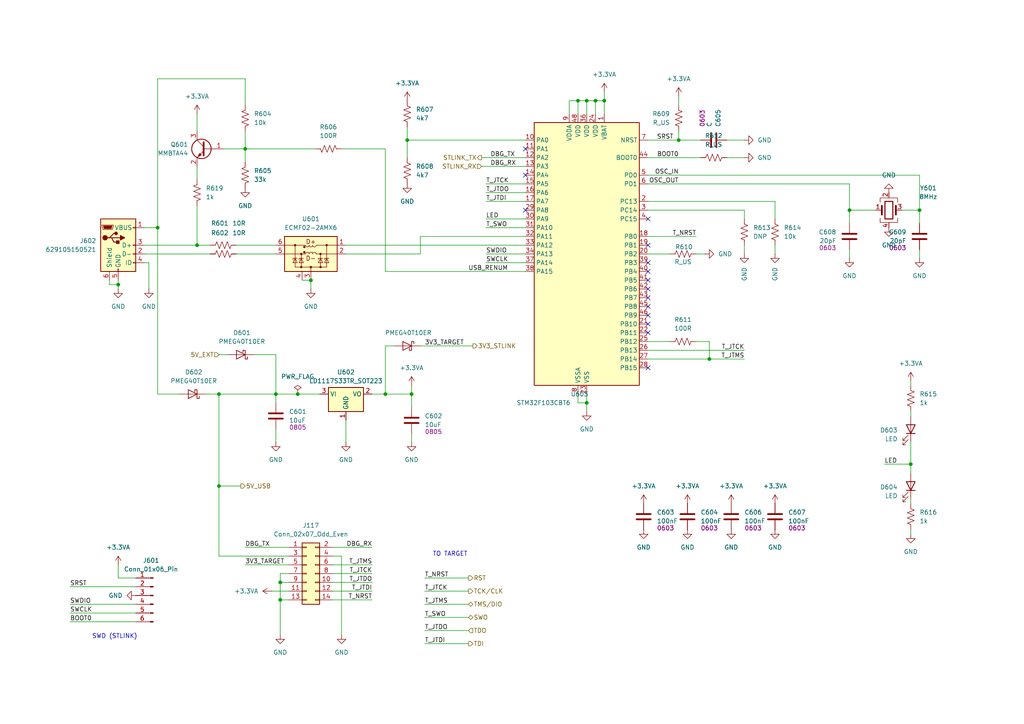
<source format=kicad_sch>
(kicad_sch (version 20250114) (generator "eeschema") (generator_version "9.0")
  (paper "A4")
  (text "TO TARGET\n" (at 130.556 160.782 0) (effects (font (size 1.27 1.27))))
  (text "SWD (STLINK)\n\n" (at 33.274 185.674 0) (effects (font (size 1.27 1.27))))
  (junction (at 246.38 60.96))
  (junction (at 175.26 29.21))
  (junction (at 86.36 114.3))
  (junction (at 172.72 29.21))
  (junction (at 63.5 140.97))
  (junction (at 80.01 114.3))
  (junction (at 205.74 104.14))
  (junction (at 266.7 60.96))
  (junction (at 63.5 114.3))
  (junction (at 111.76 114.3))
  (junction (at 81.28 173.99))
  (junction (at 45.72 66.04))
  (junction (at 57.15 71.12))
  (junction (at 196.85 40.64))
  (junction (at 167.64 29.21))
  (junction (at 118.11 40.64))
  (junction (at 34.29 82.55))
  (junction (at 119.38 114.3))
  (junction (at 264.16 134.62))
  (junction (at 81.28 168.91))
  (junction (at 90.17 81.28))
  (junction (at 170.18 116.84))
  (junction (at 71.12 43.18))
  (junction (at 170.18 29.21))
  (no_connect (at 187.96 83.82))
  (no_connect (at 187.96 91.44))
  (no_connect (at 187.96 78.74))
  (no_connect (at 152.4 60.96))
  (no_connect (at 187.96 106.68))
  (no_connect (at 152.4 43.18))
  (no_connect (at 187.96 63.5))
  (no_connect (at 187.96 81.28))
  (no_connect (at 187.96 76.2))
  (no_connect (at 187.96 96.52))
  (no_connect (at 152.4 50.8))
  (no_connect (at 187.96 93.98))
  (no_connect (at 187.96 88.9))
  (no_connect (at 187.96 86.36))
  (no_connect (at 187.96 71.12))
  (wire (pts (xy 152.4 63.5) (xy 140.97 63.5)))
  (wire (pts (xy 167.64 29.21) (xy 170.18 29.21)))
  (wire (pts (xy 201.93 99.06) (xy 205.74 99.06)))
  (wire (pts (xy 41.91 66.04) (xy 45.72 66.04)))
  (wire (pts (xy 175.26 29.21) (xy 175.26 33.02)))
  (wire (pts (xy 246.38 53.34) (xy 187.96 53.34)))
  (wire (pts (xy 96.52 173.99) (xy 107.95 173.99)))
  (wire (pts (xy 81.28 173.99) (xy 81.28 184.15)))
  (wire (pts (xy 264.16 128.27) (xy 264.16 134.62)))
  (wire (pts (xy 152.4 53.34) (xy 140.97 53.34)))
  (wire (pts (xy 224.79 58.42) (xy 187.96 58.42)))
  (wire (pts (xy 80.01 71.12) (xy 68.58 71.12)))
  (wire (pts (xy 152.4 73.66) (xy 140.97 73.66)))
  (wire (pts (xy 205.74 99.06) (xy 205.74 104.14)))
  (wire (pts (xy 71.12 22.86) (xy 71.12 30.48)))
  (wire (pts (xy 205.74 104.14) (xy 187.96 104.14)))
  (wire (pts (xy 114.3 100.33) (xy 111.76 100.33)))
  (wire (pts (xy 90.17 81.28) (xy 90.17 83.82)))
  (wire (pts (xy 71.12 38.1) (xy 71.12 43.18)))
  (wire (pts (xy 201.93 68.58) (xy 187.96 68.58)))
  (wire (pts (xy 71.12 43.18) (xy 91.44 43.18)))
  (wire (pts (xy 167.64 29.21) (xy 167.64 33.02)))
  (wire (pts (xy 31.75 81.28) (xy 31.75 82.55)))
  (wire (pts (xy 63.5 114.3) (xy 59.69 114.3)))
  (wire (pts (xy 123.19 167.64) (xy 135.89 167.64)))
  (wire (pts (xy 57.15 48.26) (xy 57.15 52.07)))
  (wire (pts (xy 123.19 175.26) (xy 135.89 175.26)))
  (wire (pts (xy 39.37 170.18) (xy 20.32 170.18)))
  (wire (pts (xy 57.15 71.12) (xy 41.91 71.12)))
  (wire (pts (xy 167.64 114.3) (xy 167.64 116.84)))
  (wire (pts (xy 215.9 63.5) (xy 215.9 60.96)))
  (wire (pts (xy 264.16 144.78) (xy 264.16 146.05)))
  (wire (pts (xy 121.92 73.66) (xy 121.92 68.58)))
  (wire (pts (xy 201.93 73.66) (xy 204.47 73.66)))
  (wire (pts (xy 34.29 82.55) (xy 34.29 83.82)))
  (wire (pts (xy 43.18 76.2) (xy 43.18 83.82)))
  (wire (pts (xy 73.66 102.87) (xy 80.01 102.87)))
  (wire (pts (xy 119.38 114.3) (xy 119.38 118.11)))
  (wire (pts (xy 152.4 66.04) (xy 140.97 66.04)))
  (wire (pts (xy 194.31 73.66) (xy 187.96 73.66)))
  (wire (pts (xy 196.85 40.64) (xy 203.2 40.64)))
  (wire (pts (xy 111.76 114.3) (xy 119.38 114.3)))
  (wire (pts (xy 87.63 81.28) (xy 90.17 81.28)))
  (wire (pts (xy 266.7 50.8) (xy 266.7 60.96)))
  (wire (pts (xy 45.72 114.3) (xy 52.07 114.3)))
  (wire (pts (xy 39.37 177.8) (xy 20.32 177.8)))
  (wire (pts (xy 170.18 116.84) (xy 170.18 119.38)))
  (wire (pts (xy 172.72 29.21) (xy 172.72 33.02)))
  (wire (pts (xy 64.77 43.18) (xy 71.12 43.18)))
  (wire (pts (xy 39.37 175.26) (xy 20.32 175.26)))
  (wire (pts (xy 96.52 166.37) (xy 107.95 166.37)))
  (wire (pts (xy 31.75 82.55) (xy 34.29 82.55)))
  (wire (pts (xy 165.1 29.21) (xy 167.64 29.21)))
  (wire (pts (xy 215.9 45.72) (xy 210.82 45.72)))
  (wire (pts (xy 71.12 158.75) (xy 83.82 158.75)))
  (wire (pts (xy 80.01 124.46) (xy 80.01 128.27)))
  (wire (pts (xy 266.7 60.96) (xy 261.62 60.96)))
  (wire (pts (xy 215.9 101.6) (xy 187.96 101.6)))
  (wire (pts (xy 203.2 45.72) (xy 187.96 45.72)))
  (wire (pts (xy 264.16 134.62) (xy 264.16 137.16)))
  (wire (pts (xy 78.74 171.45) (xy 83.82 171.45)))
  (wire (pts (xy 39.37 167.64) (xy 34.29 167.64)))
  (wire (pts (xy 246.38 74.93) (xy 246.38 72.39)))
  (wire (pts (xy 99.06 184.15) (xy 99.06 161.29)))
  (wire (pts (xy 68.58 73.66) (xy 80.01 73.66)))
  (wire (pts (xy 167.64 116.84) (xy 170.18 116.84)))
  (wire (pts (xy 45.72 22.86) (xy 45.72 66.04)))
  (wire (pts (xy 81.28 166.37) (xy 81.28 168.91)))
  (wire (pts (xy 99.06 161.29) (xy 96.52 161.29)))
  (wire (pts (xy 152.4 78.74) (xy 111.76 78.74)))
  (wire (pts (xy 170.18 114.3) (xy 170.18 116.84)))
  (wire (pts (xy 80.01 114.3) (xy 86.36 114.3)))
  (wire (pts (xy 121.92 100.33) (xy 137.16 100.33)))
  (wire (pts (xy 41.91 76.2) (xy 43.18 76.2)))
  (wire (pts (xy 246.38 64.77) (xy 246.38 60.96)))
  (wire (pts (xy 266.7 50.8) (xy 187.96 50.8)))
  (wire (pts (xy 71.12 163.83) (xy 83.82 163.83)))
  (wire (pts (xy 80.01 102.87) (xy 80.01 114.3)))
  (wire (pts (xy 83.82 166.37) (xy 81.28 166.37)))
  (wire (pts (xy 100.33 121.92) (xy 100.33 128.27)))
  (wire (pts (xy 224.79 63.5) (xy 224.79 58.42)))
  (wire (pts (xy 96.52 171.45) (xy 107.95 171.45)))
  (wire (pts (xy 111.76 43.18) (xy 111.76 78.74)))
  (wire (pts (xy 196.85 27.94) (xy 196.85 30.48)))
  (wire (pts (xy 152.4 71.12) (xy 100.33 71.12)))
  (wire (pts (xy 170.18 29.21) (xy 170.18 33.02)))
  (wire (pts (xy 69.85 140.97) (xy 63.5 140.97)))
  (wire (pts (xy 63.5 102.87) (xy 66.04 102.87)))
  (wire (pts (xy 45.72 66.04) (xy 45.72 114.3)))
  (wire (pts (xy 107.95 114.3) (xy 111.76 114.3)))
  (wire (pts (xy 41.91 73.66) (xy 60.96 73.66)))
  (wire (pts (xy 71.12 43.18) (xy 71.12 46.99)))
  (wire (pts (xy 152.4 55.88) (xy 140.97 55.88)))
  (wire (pts (xy 57.15 33.02) (xy 57.15 38.1)))
  (wire (pts (xy 39.37 180.34) (xy 20.32 180.34)))
  (wire (pts (xy 266.7 74.93) (xy 266.7 72.39)))
  (wire (pts (xy 175.26 26.67) (xy 175.26 29.21)))
  (wire (pts (xy 123.19 171.45) (xy 135.89 171.45)))
  (wire (pts (xy 57.15 59.69) (xy 57.15 71.12)))
  (wire (pts (xy 96.52 163.83) (xy 107.95 163.83)))
  (wire (pts (xy 100.33 73.66) (xy 121.92 73.66)))
  (wire (pts (xy 71.12 22.86) (xy 45.72 22.86)))
  (wire (pts (xy 215.9 60.96) (xy 187.96 60.96)))
  (wire (pts (xy 187.96 99.06) (xy 194.31 99.06)))
  (wire (pts (xy 246.38 53.34) (xy 246.38 60.96)))
  (wire (pts (xy 123.19 179.07) (xy 135.89 179.07)))
  (wire (pts (xy 172.72 29.21) (xy 175.26 29.21)))
  (wire (pts (xy 123.19 182.88) (xy 135.89 182.88)))
  (wire (pts (xy 165.1 33.02) (xy 165.1 29.21)))
  (wire (pts (xy 118.11 36.83) (xy 118.11 40.64)))
  (wire (pts (xy 118.11 40.64) (xy 118.11 45.72)))
  (wire (pts (xy 215.9 104.14) (xy 205.74 104.14)))
  (wire (pts (xy 196.85 40.64) (xy 187.96 40.64)))
  (wire (pts (xy 264.16 119.38) (xy 264.16 120.65)))
  (wire (pts (xy 215.9 71.12) (xy 215.9 73.66)))
  (wire (pts (xy 266.7 64.77) (xy 266.7 60.96)))
  (wire (pts (xy 152.4 58.42) (xy 140.97 58.42)))
  (wire (pts (xy 152.4 40.64) (xy 118.11 40.64)))
  (wire (pts (xy 96.52 158.75) (xy 107.95 158.75)))
  (wire (pts (xy 254 60.96) (xy 246.38 60.96)))
  (wire (pts (xy 63.5 161.29) (xy 63.5 140.97)))
  (wire (pts (xy 224.79 71.12) (xy 224.79 73.66)))
  (wire (pts (xy 92.71 114.3) (xy 86.36 114.3)))
  (wire (pts (xy 196.85 38.1) (xy 196.85 40.64)))
  (wire (pts (xy 256.54 134.62) (xy 264.16 134.62)))
  (wire (pts (xy 170.18 29.21) (xy 172.72 29.21)))
  (wire (pts (xy 264.16 153.67) (xy 264.16 154.94)))
  (wire (pts (xy 123.19 186.69) (xy 135.89 186.69)))
  (wire (pts (xy 81.28 168.91) (xy 83.82 168.91)))
  (wire (pts (xy 121.92 68.58) (xy 152.4 68.58)))
  (wire (pts (xy 152.4 48.26) (xy 139.7 48.26)))
  (wire (pts (xy 210.82 40.64) (xy 215.9 40.64)))
  (wire (pts (xy 34.29 82.55) (xy 34.29 81.28)))
  (wire (pts (xy 80.01 114.3) (xy 80.01 116.84)))
  (wire (pts (xy 264.16 110.49) (xy 264.16 111.76)))
  (wire (pts (xy 119.38 125.73) (xy 119.38 128.27)))
  (wire (pts (xy 34.29 167.64) (xy 34.29 163.83)))
  (wire (pts (xy 119.38 111.76) (xy 119.38 114.3)))
  (wire (pts (xy 152.4 45.72) (xy 139.7 45.72)))
  (wire (pts (xy 111.76 100.33) (xy 111.76 114.3)))
  (wire (pts (xy 57.15 71.12) (xy 60.96 71.12)))
  (wire (pts (xy 99.06 43.18) (xy 111.76 43.18)))
  (wire (pts (xy 63.5 140.97) (xy 63.5 114.3)))
  (wire (pts (xy 152.4 76.2) (xy 140.97 76.2)))
  (wire (pts (xy 96.52 168.91) (xy 107.95 168.91)))
  (wire (pts (xy 81.28 173.99) (xy 83.82 173.99)))
  (wire (pts (xy 83.82 161.29) (xy 63.5 161.29)))
  (wire (pts (xy 81.28 168.91) (xy 81.28 173.99)))
  (wire (pts (xy 80.01 114.3) (xy 63.5 114.3)))
  (label "T_JTCK" (at 107.95 166.37 180))
  (label "T_JTDO" (at 107.95 168.91 180))
  (label "T_NRST" (at 123.19 167.64 0))
  (label "3V3_TARGET" (at 123.19 100.33 0))
  (label "T_JTDI" (at 123.19 186.69 0))
  (label "SWCLK" (at 20.32 177.8 0))
  (label "LED" (at 140.97 63.5 0))
  (label "DBG_RX" (at 107.95 158.75 180))
  (label "BOOT0" (at 196.85 45.72 180))
  (label "T_NRST" (at 201.93 68.58 180))
  (label "USB_RENUM" (at 147.32 78.74 180))
  (label "T_NRST" (at 107.95 173.99 180))
  (label "T_JTCK" (at 215.9 101.6 180))
  (label "T_SWO" (at 140.97 66.04 0))
  (label "T_SWO" (at 123.19 179.07 0))
  (label "T_JTMS" (at 123.19 175.26 0))
  (label "LED" (at 256.54 134.62 0))
  (label "T_JTMS" (at 107.95 163.83 180))
  (label "SRST" (at 190.5 40.64 0))
  (label "T_JTDI" (at 107.95 171.45 180))
  (label "T_JTCK" (at 123.19 171.45 0))
  (label "T_JTDO" (at 140.97 55.88 0))
  (label "T_JTDO" (at 123.19 182.88 0))
  (label "OSC_OUT" (at 196.85 53.34 180))
  (label "BOOT0" (at 20.32 180.34 0))
  (label "DBG_TX" (at 71.12 158.75 0))
  (label "T_JTDI" (at 140.97 58.42 0))
  (label "T_JTMS" (at 215.9 104.14 180))
  (label "OSC_IN" (at 196.85 50.8 180))
  (label "T_JTCK" (at 140.97 53.34 0))
  (label "3V3_TARGET" (at 71.12 163.83 0))
  (label "SWDIO" (at 20.32 175.26 0))
  (label "DBG_TX" (at 142.24 45.72 0))
  (label "SWDIO" (at 140.97 73.66 0))
  (label "SRST" (at 20.32 170.18 0))
  (label "SWCLK" (at 140.97 76.2 0))
  (label "DBG_RX" (at 142.24 48.26 0))
  (hierarchical_label "5V_USB" (shape output) (at 69.85 140.97 0))
  (hierarchical_label "TCK{slash}CLK" (shape output) (at 135.89 171.45 0))
  (hierarchical_label "SWO" (shape bidirectional) (at 135.89 179.07 0))
  (hierarchical_label "STLINK_TX" (shape output) (at 139.7 45.72 180))
  (hierarchical_label "TDI" (shape output) (at 135.89 186.69 0))
  (hierarchical_label "3V3_STLINK" (shape output) (at 137.16 100.33 0))
  (hierarchical_label "TMS{slash}DIO" (shape bidirectional) (at 135.89 175.26 0))
  (hierarchical_label "TDO" (shape input) (at 135.89 182.88 0))
  (hierarchical_label "RST" (shape output) (at 135.89 167.64 0))
  (hierarchical_label "5V_EXT" (shape input) (at 63.5 102.87 180))
  (hierarchical_label "STLINK_RX" (shape input) (at 139.7 48.26 180))
  (symbol (lib_id "power:GND") (at 118.11 53.34 0) (mirror y) (unit 1)
    (property "Reference" "#PWR0311" (effects (hide yes)))
    (property "Value" "GND" (at 118.11 58.42 0))
    (property "Description" "Power symbol creates a global label with name \"GND\" , ground" (effects (hide yes)))
    (instances (project "Carte_moteur" (path "" (reference "#PWR0613") (unit 1))) (project "Carte_moteur" (path "" (reference "#PWR0311") (unit 1))))
  )
  (symbol (lib_id "Device:R_US") (at 118.11 33.02 0) (unit 1)
    (property "Reference" "R308" (at 120.65 31.7499 0) (effects (justify left)))
    (property "Value" "4k7" (at 120.65 34.2899 0) (effects (justify left)))
    (property "Footprint" "Resistor_SMD:R_0603_1608Metric_Pad0.98x0.95mm_HandSolder" (effects (hide yes)))
    (property "Description" "Resistor, US symbol" (effects (hide yes)))
    (instances (project "Carte_moteur" (path "" (reference "R607") (unit 1))) (project "Carte_moteur" (path "" (reference "R308") (unit 1))))
  )
  (symbol (lib_id "Device:R_US") (at 207.01 45.72 90) (unit 1)
    (property "Reference" "R313" (at 207.01 39.37 90))
    (property "Value" "R_US" (at 207.01 41.91 90))
    (property "Footprint" "Resistor_SMD:R_0603_1608Metric_Pad0.98x0.95mm_HandSolder" (effects (hide yes)))
    (property "Description" "Resistor, US symbol" (effects (hide yes)))
    (instances (project "Carte_moteur" (path "" (reference "R612") (unit 1))) (project "Carte_moteur" (path "" (reference "R313") (unit 1))))
  )
  (symbol (lib_id "Regulator_Linear:LD1117S33TR_SOT223") (at 100.33 114.3 0) (unit 1)
    (property "Reference" "U302" (at 100.33 107.95 0))
    (property "Value" "LD1117S33TR_SOT223" (at 100.33 110.49 0))
    (property "Footprint" "Package_TO_SOT_SMD:SOT-223-3_TabPin2" (effects (hide yes)))
    (property "Datasheet" "http://www.st.com/st-web-ui/static/active/en/resource/technical/document/datasheet/CD00000544.pdf" (effects (hide yes)))
    (property "Description" "800mA Fixed Low Drop Positive Voltage Regulator, Fixed Output 3.3V, SOT-223" (effects (hide yes)))
    (instances (project "" (path "" (reference "U602") (unit 1))) (project "" (path "" (reference "U302") (unit 1))))
  )
  (symbol (lib_id "Device:R_US") (at 264.16 115.57 0) (unit 1)
    (property "Reference" "R316" (at 266.7 114.2999 0) (effects (justify left)))
    (property "Value" "1k" (at 266.7 116.8399 0) (effects (justify left)))
    (property "Footprint" "Resistor_SMD:R_0603_1608Metric_Pad0.98x0.95mm_HandSolder" (effects (hide yes)))
    (property "Description" "Resistor, US symbol" (effects (hide yes)))
    (instances (project "Carte_moteur" (path "" (reference "R615") (unit 1))) (project "Carte_moteur" (path "" (reference "R316") (unit 1))))
  )
  (symbol (lib_id "Device:LED") (at 264.16 124.46 270) (mirror x) (unit 1)
    (property "Reference" "D305" (at 260.35 124.7774 90) (effects (justify right)))
    (property "Value" "LED" (at 260.35 127.3174 90) (effects (justify right)))
    (property "Footprint" "LED_SMD:LED_0805_2012Metric_Pad1.15x1.40mm_HandSolder" (effects (hide yes)))
    (property "Description" "Light emitting diode" (effects (hide yes)))
    (property "Sim.Pins" "1=K 2=A" (effects (hide yes)))
    (instances (project "" (path "" (reference "D603") (unit 1))) (project "" (path "" (reference "D305") (unit 1))))
  )
  (symbol (lib_id "power:GND") (at 34.29 83.82 0) (mirror y) (unit 1)
    (property "Reference" "#PWR0301" (effects (hide yes)))
    (property "Value" "GND" (at 34.29 88.9 0))
    (property "Description" "Power symbol creates a global label with name \"GND\" , ground" (effects (hide yes)))
    (instances (project "Carte_moteur" (path "" (reference "#PWR0603") (unit 1))) (project "Carte_moteur" (path "" (reference "#PWR0301") (unit 1))))
  )
  (symbol (lib_id "Device:R_US") (at 64.77 73.66 90) (unit 1)
    (property "Reference" "R303" (at 63.754 67.564 90))
    (property "Value" "10R" (at 69.342 67.564 90))
    (property "Footprint" "Resistor_SMD:R_0603_1608Metric_Pad0.98x0.95mm_HandSolder" (effects (hide yes)))
    (property "Description" "Resistor, US symbol" (effects (hide yes)))
    (instances (project "Carte_moteur" (path "" (reference "R602") (unit 1))) (project "Carte_moteur" (path "" (reference "R303") (unit 1))))
  )
  (symbol (lib_id "power:GND") (at 81.28 184.15 0) (mirror y) (unit 1)
    (property "Reference" "#PWR0336" (effects (hide yes)))
    (property "Value" "GND" (at 81.28 189.23 0))
    (property "Description" "Power symbol creates a global label with name \"GND\" , ground" (effects (hide yes)))
  )
  (symbol (lib_id "Device:R_US") (at 224.79 67.31 0) (unit 1)
    (property "Reference" "R315" (at 227.33 66.0399 0) (effects (justify left)))
    (property "Value" "10k" (at 227.33 68.5799 0) (effects (justify left)))
    (property "Footprint" "Resistor_SMD:R_0603_1608Metric_Pad0.98x0.95mm_HandSolder" (effects (hide yes)))
    (property "Description" "Resistor, US symbol" (effects (hide yes)))
    (instances (project "Carte_moteur" (path "" (reference "R614") (unit 1))) (project "Carte_moteur" (path "" (reference "R315") (unit 1))))
  )
  (symbol (lib_id "power:+3.3VA") (at 224.79 146.05 0) (unit 1)
    (property "Reference" "#PWR0328" (effects (hide yes)))
    (property "Value" "+3.3VA" (at 224.79 140.97 0))
    (property "Description" "Power symbol creates a global label with name \"+3.3VA\"" (effects (hide yes)))
    (instances (project "Carte_moteur" (path "" (reference "#PWR0632") (unit 1))) (project "Carte_moteur" (path "" (reference "#PWR0328") (unit 1))))
  )
  (symbol (lib_id "power:+3.3VA") (at 34.29 163.83 0) (mirror y) (unit 1)
    (property "Reference" "#PWR0303" (effects (hide yes)))
    (property "Value" "+3.3VA" (at 34.29 158.75 0))
    (property "Description" "Power symbol creates a global label with name \"+3.3VA\"" (effects (hide yes)))
    (instances (project "Carte_moteur" (path "" (reference "#PWR0602") (unit 1))) (project "Carte_moteur" (path "" (reference "#PWR0303") (unit 1))))
  )
  (symbol (lib_id "power:+3.3VA") (at 118.11 29.21 0) (mirror y) (unit 1)
    (property "Reference" "#PWR0310" (effects (hide yes)))
    (property "Value" "+3.3VA" (at 118.11 24.13 0))
    (property "Description" "Power symbol creates a global label with name \"+3.3VA\"" (effects (hide yes)))
    (instances (project "Carte_moteur" (path "" (reference "#PWR0612") (unit 1))) (project "Carte_moteur" (path "" (reference "#PWR0310") (unit 1))))
  )
  (symbol (lib_id "power:GND") (at 43.18 83.82 0) (mirror y) (unit 1)
    (property "Reference" "#PWR0306" (effects (hide yes)))
    (property "Value" "GND" (at 43.18 88.9 0))
    (property "Description" "Power symbol creates a global label with name \"GND\" , ground" (effects (hide yes)))
    (instances (project "Carte_moteur" (path "" (reference "#PWR0608") (unit 1))) (project "Carte_moteur" (path "" (reference "#PWR0306") (unit 1))))
  )
  (symbol (lib_id "Device:LED") (at 264.16 140.97 270) (mirror x) (unit 1)
    (property "Reference" "D306" (at 260.35 141.2874 90) (effects (justify right)))
    (property "Value" "LED" (at 260.35 143.8274 90) (effects (justify right)))
    (property "Footprint" "LED_SMD:LED_0805_2012Metric_Pad1.15x1.40mm_HandSolder" (effects (hide yes)))
    (property "Description" "Light emitting diode" (effects (hide yes)))
    (property "Sim.Pins" "1=K 2=A" (effects (hide yes)))
    (instances (project "Carte_moteur" (path "" (reference "D604") (unit 1))) (project "Carte_moteur" (path "" (reference "D306") (unit 1))))
  )
  (symbol (lib_id "power:GND") (at 90.17 83.82 0) (mirror y) (unit 1)
    (property "Reference" "#PWR0308" (effects (hide yes)))
    (property "Value" "GND" (at 90.17 88.9 0))
    (property "Description" "Power symbol creates a global label with name \"GND\" , ground" (effects (hide yes)))
    (instances (project "Carte_moteur" (path "" (reference "#PWR0609") (unit 1))) (project "Carte_moteur" (path "" (reference "#PWR0308") (unit 1))))
  )
  (symbol (lib_id "power:+3.3VA") (at 78.74 171.45 90) (mirror x) (unit 1)
    (property "Reference" "#PWR0338" (effects (hide yes)))
    (property "Value" "+3.3VA" (at 74.93 171.4499 90) (effects (justify left)))
    (property "Description" "Power symbol creates a global label with name \"+3.3VA\"" (effects (hide yes)))
  )
  (symbol (lib_id "power:GND") (at 215.9 73.66 0) (mirror y) (unit 1)
    (property "Reference" "#PWR0326" (effects (hide yes)))
    (property "Value" "GND" (at 215.9001 77.47 90) (effects (justify right)))
    (property "Description" "Power symbol creates a global label with name \"GND\" , ground" (effects (hide yes)))
    (instances (project "Carte_moteur" (path "" (reference "#PWR0630") (unit 1))) (project "Carte_moteur" (path "" (reference "#PWR0326") (unit 1))))
  )
  (symbol (lib_id "Transistor_BJT:MMBTA44") (at 59.69 43.18 0) (mirror y) (unit 1)
    (property "Reference" "Q301" (at 54.61 41.9099 0) (effects (justify left)))
    (property "Value" "MMBTA44" (at 54.61 44.4499 0) (effects (justify left)))
    (property "Footprint" "Package_TO_SOT_SMD:SOT-23" (effects (hide yes)))
    (property "Datasheet" "https://diotec.com/request/datasheet/mmbta42.pdf" (effects (hide yes)))
    (property "Description" "0.3A Ic, 400V Vce, NPN High Voltage Transistor, SOT-23" (effects (hide yes)))
    (instances (project "" (path "" (reference "Q601") (unit 1))) (project "" (path "" (reference "Q301") (unit 1))))
  )
  (symbol (lib_id "Device:R_US") (at 118.11 49.53 0) (unit 1)
    (property "Reference" "R309" (at 120.65 48.2599 0) (effects (justify left)))
    (property "Value" "4k7" (at 120.65 50.7999 0) (effects (justify left)))
    (property "Footprint" "Resistor_SMD:R_0603_1608Metric_Pad0.98x0.95mm_HandSolder" (effects (hide yes)))
    (property "Description" "Resistor, US symbol" (effects (hide yes)))
    (instances (project "Carte_moteur" (path "" (reference "R608") (unit 1))) (project "Carte_moteur" (path "" (reference "R309") (unit 1))))
  )
  (symbol (lib_id "Device:R_US") (at 71.12 50.8 0) (mirror y) (unit 1)
    (property "Reference" "R306" (at 73.66 49.5299 0) (effects (justify right)))
    (property "Value" "33k" (at 73.66 52.0699 0) (effects (justify right)))
    (property "Footprint" "Resistor_SMD:R_0603_1608Metric_Pad0.98x0.95mm_HandSolder" (effects (hide yes)))
    (property "Description" "Resistor, US symbol" (effects (hide yes)))
    (instances (project "Carte_moteur" (path "" (reference "R605") (unit 1))) (project "Carte_moteur" (path "" (reference "R306") (unit 1))))
  )
  (symbol (lib_id "Diode:PMEG40T10ER") (at 118.11 100.33 0) (mirror y) (unit 1)
    (property "Reference" "D304" (effects (hide yes)))
    (property "Value" "PMEG40T10ER" (at 118.4275 96.52 0))
    (property "Footprint" "Diode_SMD:Nexperia_CFP3_SOD-123W" (effects (hide yes)))
    (property "Datasheet" "https://assets.nexperia.com/documents/data-sheet/PMEG40T10ER.pdf" (effects (hide yes)))
    (property "Description" "40V, 1A low Vf Trench MEGA Schottky barrier rectifier, SOD-123W" (effects (hide yes)))
  )
  (symbol (lib_id "MCU_ST_STM32F1:STM32F103CBTx") (at 170.18 73.66 0) (mirror y) (unit 1)
    (property "Reference" "U303" (at 165.4967 114.3 0) (effects (justify right)))
    (property "Value" "STM32F103CBT6" (at 165.4967 116.84 0) (effects (justify left)))
    (property "Footprint" "Package_QFP:LQFP-48_7x7mm_P0.5mm" (effects (hide yes)))
    (property "Datasheet" "https://www.st.com/resource/en/datasheet/stm32f103cb.pdf" (effects (hide yes)))
    (property "Description" "STMicroelectronics Arm Cortex-M3 MCU, 128KB flash, 20KB RAM, 72 MHz, 2.0-3.6V, 37 GPIO, LQFP48" (effects (hide yes)))
    (instances (project "" (path "" (reference "U603") (unit 1))) (project "" (path "" (reference "U303") (unit 1))))
  )
  (symbol (lib_id "power:GND") (at 100.33 128.27 0) (unit 1)
    (property "Reference" "#PWR0309" (effects (hide yes)))
    (property "Value" "GND" (at 100.33 133.35 0))
    (property "Description" "Power symbol creates a global label with name \"GND\" , ground" (effects (hide yes)))
    (instances (project "Carte_moteur" (path "" (reference "#PWR0615") (unit 1))) (project "Carte_moteur" (path "" (reference "#PWR0309") (unit 1))))
  )
  (symbol (lib_id "power:GND") (at 199.39 153.67 0) (unit 1)
    (property "Reference" "#PWR0320" (effects (hide yes)))
    (property "Value" "GND" (at 199.39 158.75 0))
    (property "Description" "Power symbol creates a global label with name \"GND\" , ground" (effects (hide yes)))
    (instances (project "Carte_moteur" (path "" (reference "#PWR0624") (unit 1))) (project "Carte_moteur" (path "" (reference "#PWR0320") (unit 1))))
  )
  (symbol (lib_id "Device:Crystal_GND24") (at 257.81 60.96 0) (unit 1)
    (property "Reference" "Y301" (at 269.24 54.5398 0))
    (property "Value" "8MHz" (at 269.24 57.0798 0))
    (property "Footprint" "Crystal:Crystal_SMD_EuroQuartz_MQ-4Pin_7.0x5.0mm_HandSoldering" (effects (hide yes)))
    (property "Description" "Four pin crystal, GND on pins 2 and 4" (effects (hide yes)))
    (instances (project "" (path "" (reference "Y601") (unit 1))) (project "" (path "" (reference "Y301") (unit 1))))
  )
  (symbol (lib_id "power:+3.3VA") (at 199.39 146.05 0) (unit 1)
    (property "Reference" "#PWR0319" (effects (hide yes)))
    (property "Value" "+3.3VA" (at 199.39 140.97 0))
    (property "Description" "Power symbol creates a global label with name \"+3.3VA\"" (effects (hide yes)))
    (instances (project "Carte_moteur" (path "" (reference "#PWR0623") (unit 1))) (project "Carte_moteur" (path "" (reference "#PWR0319") (unit 1))))
  )
  (symbol (lib_id "Device:R_US") (at 198.12 73.66 90) (unit 1)
    (property "Reference" "R311" (at 198.374 71.628 90))
    (property "Value" "R_US" (at 198.12 75.946 90))
    (property "Footprint" "Resistor_SMD:R_0603_1608Metric_Pad0.98x0.95mm_HandSolder" (effects (hide yes)))
    (property "Description" "Resistor, US symbol" (effects (hide yes)))
    (instances (project "Carte_moteur" (path "" (reference "R610") (unit 1))) (project "Carte_moteur" (path "" (reference "R311") (unit 1))))
  )
  (symbol (lib_id "power:GND") (at 71.12 54.61 0) (unit 1)
    (property "Reference" "#PWR0305" (effects (hide yes)))
    (property "Value" "GND" (at 71.12 59.69 0))
    (property "Description" "Power symbol creates a global label with name \"GND\" , ground" (effects (hide yes)))
    (instances (project "Carte_moteur" (path "" (reference "#PWR0607") (unit 1))) (project "Carte_moteur" (path "" (reference "#PWR0305") (unit 1))))
  )
  (symbol (lib_id "Connector_Generic:Conn_02x07_Odd_Even") (at 88.9 166.37 0) (unit 1)
    (property "Reference" "J117" (at 90.17 152.4 0))
    (property "Value" "Conn_02x07_Odd_Even" (at 90.17 154.94 0))
    (property "Footprint" "Connector_IDC:IDC-Header_2x07_P2.54mm_Vertical" (effects (hide yes)))
    (property "Description" "Generic connector, double row, 02x07, odd/even pin numbering scheme (row 1 odd numbers, row 2 even numbers), script generated (kicad-library-utils/schlib/autogen/connector/)" (effects (hide yes)))
  )
  (symbol (lib_id "power:GND") (at 246.38 74.93 0) (mirror y) (unit 1)
    (property "Reference" "#PWR0330" (effects (hide yes)))
    (property "Value" "GND" (at 246.38 80.01 0))
    (property "Description" "Power symbol creates a global label with name \"GND\" , ground" (effects (hide yes)))
    (instances (project "Carte_moteur" (path "" (reference "#PWR0634") (unit 1))) (project "Carte_moteur" (path "" (reference "#PWR0330") (unit 1))))
  )
  (symbol (lib_id "power:GND") (at 99.06 184.15 0) (mirror y) (unit 1)
    (property "Reference" "#PWR0337" (effects (hide yes)))
    (property "Value" "GND" (at 99.06 189.23 0))
    (property "Description" "Power symbol creates a global label with name \"GND\" , ground" (effects (hide yes)))
  )
  (symbol (lib_id "power:PWR_FLAG") (at 86.36 114.3 0) (unit 1)
    (property "Reference" "#FLG0301" (effects (hide yes)))
    (property "Value" "PWR_FLAG" (at 86.36 109.22 0))
    (property "Description" "Special symbol for telling ERC where power comes from" (effects (hide yes)))
    (instances (project "" (path "" (reference "#FLG0601") (unit 1))) (project "" (path "" (reference "#FLG0301") (unit 1))))
  )
  (symbol (lib_id "power:GND") (at 224.79 73.66 0) (mirror y) (unit 1)
    (property "Reference" "#PWR0327" (effects (hide yes)))
    (property "Value" "GND" (at 224.7901 77.47 90) (effects (justify right)))
    (property "Description" "Power symbol creates a global label with name \"GND\" , ground" (effects (hide yes)))
    (instances (project "Carte_moteur" (path "" (reference "#PWR0631") (unit 1))) (project "Carte_moteur" (path "" (reference "#PWR0327") (unit 1))))
  )
  (symbol (lib_id "Device:R_US") (at 71.12 34.29 0) (mirror y) (unit 1)
    (property "Reference" "R305" (at 73.66 33.0199 0) (effects (justify right)))
    (property "Value" "10k" (at 73.66 35.5599 0) (effects (justify right)))
    (property "Footprint" "Resistor_SMD:R_0603_1608Metric_Pad0.98x0.95mm_HandSolder" (effects (hide yes)))
    (property "Description" "Resistor, US symbol" (effects (hide yes)))
    (instances (project "Carte_moteur" (path "" (reference "R604") (unit 1))) (project "Carte_moteur" (path "" (reference "R305") (unit 1))))
  )
  (symbol (lib_id "Device:C") (at 80.01 120.65 0) (unit 1)
    (property "Reference" "C301" (at 83.82 119.3799 0) (effects (justify left)))
    (property "Value" "10uF" (at 83.82 121.9199 0) (effects (justify left)))
    (property "Footprint" "Capacitor_SMD:C_0805_2012Metric_Pad1.18x1.45mm_HandSolder" (effects (hide yes)))
    (property "Description" "Unpolarized capacitor" (effects (hide yes)))
    (property "Size" "0805" (at 86.36 123.952 0))
    (instances (project "Carte_moteur" (path "" (reference "C601") (unit 1))) (project "Carte_moteur" (path "" (reference "C301") (unit 1))))
  )
  (symbol (lib_id "Device:C") (at 186.69 149.86 0) (unit 1)
    (property "Reference" "C303" (at 190.5 148.5899 0) (effects (justify left)))
    (property "Value" "100nF" (at 190.5 151.1299 0) (effects (justify left)))
    (property "Footprint" "Capacitor_SMD:C_0603_1608Metric_Pad1.08x0.95mm_HandSolder" (effects (hide yes)))
    (property "Description" "Unpolarized capacitor" (effects (hide yes)))
    (property "Size" "0603" (at 193.04 153.162 0))
    (instances (project "Carte_moteur" (path "" (reference "C603") (unit 1))) (project "Carte_moteur" (path "" (reference "C303") (unit 1))))
  )
  (symbol (lib_id "power:GND") (at 80.01 128.27 0) (unit 1)
    (property "Reference" "#PWR0307" (effects (hide yes)))
    (property "Value" "GND" (at 80.01 133.35 0))
    (property "Description" "Power symbol creates a global label with name \"GND\" , ground" (effects (hide yes)))
    (instances (project "Carte_moteur" (path "" (reference "#PWR0614") (unit 1))) (project "Carte_moteur" (path "" (reference "#PWR0307") (unit 1))))
  )
  (symbol (lib_id "power:GND") (at 212.09 153.67 0) (unit 1)
    (property "Reference" "#PWR0323" (effects (hide yes)))
    (property "Value" "GND" (at 212.09 158.75 0))
    (property "Description" "Power symbol creates a global label with name \"GND\" , ground" (effects (hide yes)))
    (instances (project "Carte_moteur" (path "" (reference "#PWR0627") (unit 1))) (project "Carte_moteur" (path "" (reference "#PWR0323") (unit 1))))
  )
  (symbol (lib_id "power:+3.3VA") (at 186.69 146.05 0) (unit 1)
    (property "Reference" "#PWR0316" (effects (hide yes)))
    (property "Value" "+3.3VA" (at 186.69 140.97 0))
    (property "Description" "Power symbol creates a global label with name \"+3.3VA\"" (effects (hide yes)))
    (instances (project "Carte_moteur" (path "" (reference "#PWR0620") (unit 1))) (project "Carte_moteur" (path "" (reference "#PWR0316") (unit 1))))
  )
  (symbol (lib_id "power:+3.3VA") (at 196.85 27.94 0) (mirror y) (unit 1)
    (property "Reference" "#PWR0318" (effects (hide yes)))
    (property "Value" "+3.3VA" (at 196.85 22.86 0))
    (property "Description" "Power symbol creates a global label with name \"+3.3VA\"" (effects (hide yes)))
    (instances (project "Carte_moteur" (path "" (reference "#PWR0622") (unit 1))) (project "Carte_moteur" (path "" (reference "#PWR0318") (unit 1))))
  )
  (symbol (lib_id "power:GND") (at 39.37 172.72 270) (mirror x) (unit 1)
    (property "Reference" "#PWR0304" (effects (hide yes)))
    (property "Value" "GND" (at 35.56 172.7199 90) (effects (justify right)))
    (property "Description" "Power symbol creates a global label with name \"GND\" , ground" (effects (hide yes)))
    (instances (project "Carte_moteur" (path "" (reference "#PWR0601") (unit 1))) (project "Carte_moteur" (path "" (reference "#PWR0304") (unit 1))))
  )
  (symbol (lib_id "Device:C") (at 266.7 68.58 0) (mirror y) (unit 1)
    (property "Reference" "C309" (at 262.89 67.3099 0) (effects (justify left)))
    (property "Value" "20pF" (at 262.89 69.8499 0) (effects (justify left)))
    (property "Footprint" "Capacitor_SMD:C_0603_1608Metric_Pad1.08x0.95mm_HandSolder" (effects (hide yes)))
    (property "Description" "Unpolarized capacitor" (effects (hide yes)))
    (property "Size" "0603" (at 260.35 71.882 0))
    (instances (project "Carte_moteur" (path "" (reference "C609") (unit 1))) (project "Carte_moteur" (path "" (reference "C309") (unit 1))))
  )
  (symbol (lib_id "power:GND") (at 170.18 119.38 0) (mirror y) (unit 1)
    (property "Reference" "#PWR0314" (effects (hide yes)))
    (property "Value" "GND" (at 170.18 124.46 0))
    (property "Description" "Power symbol creates a global label with name \"GND\" , ground" (effects (hide yes)))
    (instances (project "Carte_moteur" (path "" (reference "#PWR0618") (unit 1))) (project "Carte_moteur" (path "" (reference "#PWR0314") (unit 1))))
  )
  (symbol (lib_id "Device:R_US") (at 215.9 67.31 0) (unit 1)
    (property "Reference" "R314" (at 218.44 66.0399 0) (effects (justify left)))
    (property "Value" "DNP" (at 218.44 68.5799 0) (effects (justify left)))
    (property "Footprint" "Resistor_SMD:R_0603_1608Metric_Pad0.98x0.95mm_HandSolder" (effects (hide yes)))
    (property "Description" "Resistor, US symbol" (effects (hide yes)))
    (instances (project "Carte_moteur" (path "" (reference "R613") (unit 1))) (project "Carte_moteur" (path "" (reference "R314") (unit 1))))
  )
  (symbol (lib_id "power:GND") (at 215.9 40.64 90) (mirror x) (unit 1)
    (property "Reference" "#PWR0324" (effects (hide yes)))
    (property "Value" "GND" (at 219.71 40.6399 90) (effects (justify right)))
    (property "Description" "Power symbol creates a global label with name \"GND\" , ground" (effects (hide yes)))
    (instances (project "Carte_moteur" (path "" (reference "#PWR0628") (unit 1))) (project "Carte_moteur" (path "" (reference "#PWR0324") (unit 1))))
  )
  (symbol (lib_id "Device:R_US") (at 264.16 149.86 0) (unit 1)
    (property "Reference" "R317" (at 266.7 148.5899 0) (effects (justify left)))
    (property "Value" "1k" (at 266.7 151.1299 0) (effects (justify left)))
    (property "Footprint" "Resistor_SMD:R_0603_1608Metric_Pad0.98x0.95mm_HandSolder" (effects (hide yes)))
    (property "Description" "Resistor, US symbol" (effects (hide yes)))
    (instances (project "Carte_moteur" (path "" (reference "R616") (unit 1))) (project "Carte_moteur" (path "" (reference "R317") (unit 1))))
  )
  (symbol (lib_id "power:+3.3VA") (at 264.16 110.49 0) (mirror y) (unit 1)
    (property "Reference" "#PWR0333" (effects (hide yes)))
    (property "Value" "+3.3VA" (at 264.16 105.41 0))
    (property "Description" "Power symbol creates a global label with name \"+3.3VA\"" (effects (hide yes)))
    (instances (project "Carte_moteur" (path "" (reference "#PWR0637") (unit 1))) (project "Carte_moteur" (path "" (reference "#PWR0333") (unit 1))))
  )
  (symbol (lib_id "power:GND") (at 264.16 154.94 0) (mirror y) (unit 1)
    (property "Reference" "#PWR0334" (effects (hide yes)))
    (property "Value" "GND" (at 264.16 160.02 0))
    (property "Description" "Power symbol creates a global label with name \"GND\" , ground" (effects (hide yes)))
    (instances (project "Carte_moteur" (path "" (reference "#PWR0638") (unit 1))) (project "Carte_moteur" (path "" (reference "#PWR0334") (unit 1))))
  )
  (symbol (lib_id "Diode:PMEG40T10ER") (at 55.88 114.3 180) (unit 1)
    (property "Reference" "D302" (at 56.1975 107.95 0))
    (property "Value" "PMEG40T10ER" (at 56.1975 110.49 0))
    (property "Footprint" "Diode_SMD:Nexperia_CFP3_SOD-123W" (effects (hide yes)))
    (property "Datasheet" "https://assets.nexperia.com/documents/data-sheet/PMEG40T10ER.pdf" (effects (hide yes)))
    (property "Description" "40V, 1A low Vf Trench MEGA Schottky barrier rectifier, SOD-123W" (effects (hide yes)))
    (instances (project "" (path "" (reference "D602") (unit 1))) (project "" (path "" (reference "D302") (unit 1))))
  )
  (symbol (lib_id "power:GND") (at 266.7 74.93 0) (mirror y) (unit 1)
    (property "Reference" "#PWR0335" (effects (hide yes)))
    (property "Value" "GND" (at 266.7 80.01 0))
    (property "Description" "Power symbol creates a global label with name \"GND\" , ground" (effects (hide yes)))
    (instances (project "Carte_moteur" (path "" (reference "#PWR0639") (unit 1))) (project "Carte_moteur" (path "" (reference "#PWR0335") (unit 1))))
  )
  (symbol (lib_id "Connector:USB_B_Mini") (at 34.29 71.12 0) (unit 1)
    (property "Reference" "J301" (at 27.94 69.8499 0) (effects (justify right)))
    (property "Value" "629105150521" (at 27.94 72.3899 0) (effects (justify right)))
    (property "Footprint" "Connector_USB:USB_Micro-B_Wuerth_629105150521" (effects (hide yes)))
    (property "Description" "USB Mini Type B connector" (effects (hide yes)))
    (instances (project "" (path "" (reference "J602") (unit 1))) (project "" (path "" (reference "J301") (unit 1))))
  )
  (symbol (lib_id "Device:C") (at 224.79 149.86 0) (unit 1)
    (property "Reference" "C307" (at 228.6 148.5899 0) (effects (justify left)))
    (property "Value" "100nF" (at 228.6 151.1299 0) (effects (justify left)))
    (property "Footprint" "Capacitor_SMD:C_0603_1608Metric_Pad1.08x0.95mm_HandSolder" (effects (hide yes)))
    (property "Description" "Unpolarized capacitor" (effects (hide yes)))
    (property "Size" "0603" (at 231.14 153.162 0))
    (instances (project "Carte_moteur" (path "" (reference "C607") (unit 1))) (project "Carte_moteur" (path "" (reference "C307") (unit 1))))
  )
  (symbol (lib_id "power:GND") (at 257.81 55.88 0) (mirror x) (unit 1)
    (property "Reference" "#PWR0331" (effects (hide yes)))
    (property "Value" "GND" (at 257.81 50.8 0))
    (property "Description" "Power symbol creates a global label with name \"GND\" , ground" (effects (hide yes)))
    (instances (project "Carte_moteur" (path "" (reference "#PWR0635") (unit 1))) (project "Carte_moteur" (path "" (reference "#PWR0331") (unit 1))))
  )
  (symbol (lib_id "Diode:PMEG40T10ER") (at 69.85 102.87 180) (unit 1)
    (property "Reference" "D303" (at 70.1675 96.52 0))
    (property "Value" "PMEG40T10ER" (at 70.1675 99.06 0))
    (property "Footprint" "Diode_SMD:Nexperia_CFP3_SOD-123W" (effects (hide yes)))
    (property "Datasheet" "https://assets.nexperia.com/documents/data-sheet/PMEG40T10ER.pdf" (effects (hide yes)))
    (property "Description" "40V, 1A low Vf Trench MEGA Schottky barrier rectifier, SOD-123W" (effects (hide yes)))
    (instances (project "Carte_moteur" (path "" (reference "D601") (unit 1))) (project "Carte_moteur" (path "" (reference "D303") (unit 1))))
  )
  (symbol (lib_id "power:+3.3VA") (at 212.09 146.05 0) (unit 1)
    (property "Reference" "#PWR0322" (effects (hide yes)))
    (property "Value" "+3.3VA" (at 212.09 140.97 0))
    (property "Description" "Power symbol creates a global label with name \"+3.3VA\"" (effects (hide yes)))
    (instances (project "Carte_moteur" (path "" (reference "#PWR0626") (unit 1))) (project "Carte_moteur" (path "" (reference "#PWR0322") (unit 1))))
  )
  (symbol (lib_id "power:GND") (at 215.9 45.72 90) (mirror x) (unit 1)
    (property "Reference" "#PWR0325" (effects (hide yes)))
    (property "Value" "GND" (at 219.71 45.7199 90) (effects (justify right)))
    (property "Description" "Power symbol creates a global label with name \"GND\" , ground" (effects (hide yes)))
    (instances (project "Carte_moteur" (path "" (reference "#PWR0629") (unit 1))) (project "Carte_moteur" (path "" (reference "#PWR0325") (unit 1))))
  )
  (symbol (lib_id "Device:C") (at 246.38 68.58 0) (mirror y) (unit 1)
    (property "Reference" "C308" (at 242.57 67.3099 0) (effects (justify left)))
    (property "Value" "20pF" (at 242.57 69.8499 0) (effects (justify left)))
    (property "Footprint" "Capacitor_SMD:C_0603_1608Metric_Pad1.08x0.95mm_HandSolder" (effects (hide yes)))
    (property "Description" "Unpolarized capacitor" (effects (hide yes)))
    (property "Size" "0603" (at 240.03 71.882 0))
    (instances (project "Carte_moteur" (path "" (reference "C608") (unit 1))) (project "Carte_moteur" (path "" (reference "C308") (unit 1))))
  )
  (symbol (lib_id "Device:R_US") (at 95.25 43.18 270) (mirror x) (unit 1)
    (property "Reference" "R307" (at 95.25 36.83 90))
    (property "Value" "100R" (at 95.25 39.37 90))
    (property "Footprint" "Resistor_SMD:R_0603_1608Metric_Pad0.98x0.95mm_HandSolder" (effects (hide yes)))
    (property "Description" "Resistor, US symbol" (effects (hide yes)))
    (instances (project "Carte_moteur" (path "" (reference "R606") (unit 1))) (project "Carte_moteur" (path "" (reference "R307") (unit 1))))
  )
  (symbol (lib_id "Device:C") (at 119.38 121.92 0) (unit 1)
    (property "Reference" "C302" (at 123.19 120.6499 0) (effects (justify left)))
    (property "Value" "10uF" (at 123.19 123.1899 0) (effects (justify left)))
    (property "Footprint" "Capacitor_SMD:C_0805_2012Metric_Pad1.18x1.45mm_HandSolder" (effects (hide yes)))
    (property "Description" "Unpolarized capacitor" (effects (hide yes)))
    (property "Size" "0805" (at 125.73 125.222 0))
    (instances (project "Carte_moteur" (path "" (reference "C602") (unit 1))) (project "Carte_moteur" (path "" (reference "C302") (unit 1))))
  )
  (symbol (lib_id "power:GND") (at 204.47 73.66 90) (mirror x) (unit 1)
    (property "Reference" "#PWR0321" (effects (hide yes)))
    (property "Value" "GND" (at 208.28 73.6599 90) (effects (justify right)))
    (property "Description" "Power symbol creates a global label with name \"GND\" , ground" (effects (hide yes)))
    (instances (project "Carte_moteur" (path "" (reference "#PWR0625") (unit 1))) (project "Carte_moteur" (path "" (reference "#PWR0321") (unit 1))))
  )
  (symbol (lib_id "power:GND") (at 186.69 153.67 0) (unit 1)
    (property "Reference" "#PWR0317" (effects (hide yes)))
    (property "Value" "GND" (at 186.69 158.75 0))
    (property "Description" "Power symbol creates a global label with name \"GND\" , ground" (effects (hide yes)))
    (instances (project "Carte_moteur" (path "" (reference "#PWR0621") (unit 1))) (project "Carte_moteur" (path "" (reference "#PWR0317") (unit 1))))
  )
  (symbol (lib_id "Device:C") (at 207.01 40.64 270) (mirror x) (unit 1)
    (property "Reference" "C305" (at 208.2801 36.83 0) (effects (justify left)))
    (property "Value" "C" (at 205.7401 36.83 0) (effects (justify left)))
    (property "Footprint" "Capacitor_SMD:C_0603_1608Metric_Pad1.08x0.95mm_HandSolder" (effects (hide yes)))
    (property "Description" "Unpolarized capacitor" (effects (hide yes)))
    (property "Size" "0603" (at 203.708 34.29 0))
    (instances (project "Carte_moteur" (path "" (reference "C605") (unit 1))) (project "Carte_moteur" (path "" (reference "C305") (unit 1))))
  )
  (symbol (lib_id "power:GND") (at 257.81 66.04 0) (mirror y) (unit 1)
    (property "Reference" "#PWR0332" (effects (hide yes)))
    (property "Value" "GND" (at 257.81 71.12 0))
    (property "Description" "Power symbol creates a global label with name \"GND\" , ground" (effects (hide yes)))
    (instances (project "Carte_moteur" (path "" (reference "#PWR0636") (unit 1))) (project "Carte_moteur" (path "" (reference "#PWR0332") (unit 1))))
  )
  (symbol (lib_id "power:+3.3VA") (at 175.26 26.67 0) (mirror y) (unit 1)
    (property "Reference" "#PWR0315" (effects (hide yes)))
    (property "Value" "+3.3VA" (at 175.26 21.59 0))
    (property "Description" "Power symbol creates a global label with name \"+3.3VA\"" (effects (hide yes)))
    (instances (project "Carte_moteur" (path "" (reference "#PWR0619") (unit 1))) (project "Carte_moteur" (path "" (reference "#PWR0315") (unit 1))))
  )
  (symbol (lib_id "Device:R_US") (at 57.15 55.88 0) (mirror y) (unit 1)
    (property "Reference" "R301" (at 59.69 54.6099 0) (effects (justify right)))
    (property "Value" "1k" (at 59.69 57.1499 0) (effects (justify right)))
    (property "Footprint" "Resistor_SMD:R_0603_1608Metric_Pad0.98x0.95mm_HandSolder" (effects (hide yes)))
    (property "Description" "Resistor, US symbol" (effects (hide yes)))
    (instances (project "Carte_moteur" (path "" (reference "R619") (unit 1))) (project "Carte_moteur" (path "" (reference "R301") (unit 1))))
  )
  (symbol (lib_id "Device:R_US") (at 196.85 34.29 0) (unit 1)
    (property "Reference" "R310" (at 194.31 33.0199 0) (effects (justify right)))
    (property "Value" "R_US" (at 194.31 35.5599 0) (effects (justify right)))
    (property "Footprint" "Resistor_SMD:R_0603_1608Metric_Pad0.98x0.95mm_HandSolder" (effects (hide yes)))
    (property "Description" "Resistor, US symbol" (effects (hide yes)))
    (instances (project "Carte_moteur" (path "" (reference "R609") (unit 1))) (project "Carte_moteur" (path "" (reference "R310") (unit 1))))
  )
  (symbol (lib_id "Device:C") (at 199.39 149.86 0) (unit 1)
    (property "Reference" "C304" (at 203.2 148.5899 0) (effects (justify left)))
    (property "Value" "100nF" (at 203.2 151.1299 0) (effects (justify left)))
    (property "Footprint" "Capacitor_SMD:C_0603_1608Metric_Pad1.08x0.95mm_HandSolder" (effects (hide yes)))
    (property "Description" "Unpolarized capacitor" (effects (hide yes)))
    (property "Size" "0603" (at 205.74 153.162 0))
    (instances (project "Carte_moteur" (path "" (reference "C604") (unit 1))) (project "Carte_moteur" (path "" (reference "C304") (unit 1))))
  )
  (symbol (lib_id "Connector:Conn_01x06_Pin") (at 44.45 172.72 0) (mirror y) (unit 1)
    (property "Reference" "J302" (at 43.815 162.56 0))
    (property "Value" "Conn_01x06_Pin" (at 43.815 165.1 0))
    (property "Footprint" "Connector_PinHeader_2.54mm:PinHeader_1x06_P2.54mm_Vertical" (effects (hide yes)))
    (property "Description" "Generic connector, single row, 01x06, script generated" (effects (hide yes)))
    (instances (project "" (path "" (reference "J601") (unit 1))) (project "" (path "" (reference "J302") (unit 1))))
  )
  (symbol (lib_id "Power_Protection:ECMF02-2AMX6") (at 90.17 73.66 0) (mirror y) (unit 1)
    (property "Reference" "U301" (at 90.17 63.5 0))
    (property "Value" "ECMF02-2AMX6" (at 90.17 66.04 0))
    (property "Footprint" "Package_DFN_QFN:ST_UQFN-6L_1.5x1.7mm_P0.5mm" (effects (hide yes)))
    (property "Datasheet" "https://www.st.com/resource/en/datasheet/ecmf02-2amx6.pdf" (effects (hide yes)))
    (property "Description" "Single Pair Common Mode Filter with ESD Protection, UQFN-6L" (effects (hide yes)))
    (instances (project "" (path "" (reference "U601") (unit 1))) (project "" (path "" (reference "U301") (unit 1))))
  )
  (symbol (lib_id "Device:C") (at 212.09 149.86 0) (unit 1)
    (property "Reference" "C306" (at 215.9 148.5899 0) (effects (justify left)))
    (property "Value" "100nF" (at 215.9 151.1299 0) (effects (justify left)))
    (property "Footprint" "Capacitor_SMD:C_0603_1608Metric_Pad1.08x0.95mm_HandSolder" (effects (hide yes)))
    (property "Description" "Unpolarized capacitor" (effects (hide yes)))
    (property "Size" "0603" (at 218.44 153.162 0))
    (instances (project "Carte_moteur" (path "" (reference "C606") (unit 1))) (project "Carte_moteur" (path "" (reference "C306") (unit 1))))
  )
  (symbol (lib_id "power:+3.3VA") (at 57.15 33.02 0) (mirror y) (unit 1)
    (property "Reference" "#PWR0302" (effects (hide yes)))
    (property "Value" "+3.3VA" (at 57.15 27.94 0))
    (property "Description" "Power symbol creates a global label with name \"+3.3VA\"" (effects (hide yes)))
    (instances (project "Carte_moteur" (path "" (reference "#PWR0605") (unit 1))) (project "Carte_moteur" (path "" (reference "#PWR0302") (unit 1))))
  )
  (symbol (lib_id "power:GND") (at 119.38 128.27 0) (unit 1)
    (property "Reference" "#PWR0313" (effects (hide yes)))
    (property "Value" "GND" (at 119.38 133.35 0))
    (property "Description" "Power symbol creates a global label with name \"GND\" , ground" (effects (hide yes)))
    (instances (project "Carte_moteur" (path "" (reference "#PWR0617") (unit 1))) (project "Carte_moteur" (path "" (reference "#PWR0313") (unit 1))))
  )
  (symbol (lib_id "power:+3.3VA") (at 119.38 111.76 0) (unit 1)
    (property "Reference" "#PWR0312" (effects (hide yes)))
    (property "Value" "+3.3VA" (at 119.38 106.68 0))
    (property "Description" "Power symbol creates a global label with name \"+3.3VA\"" (effects (hide yes)))
    (instances (project "" (path "" (reference "#PWR0616") (unit 1))) (project "" (path "" (reference "#PWR0312") (unit 1))))
  )
  (symbol (lib_id "power:GND") (at 224.79 153.67 0) (unit 1)
    (property "Reference" "#PWR0329" (effects (hide yes)))
    (property "Value" "GND" (at 224.79 158.75 0))
    (property "Description" "Power symbol creates a global label with name \"GND\" , ground" (effects (hide yes)))
    (instances (project "Carte_moteur" (path "" (reference "#PWR0633") (unit 1))) (project "Carte_moteur" (path "" (reference "#PWR0329") (unit 1))))
  )
  (symbol (lib_id "Device:R_US") (at 64.77 71.12 90) (unit 1)
    (property "Reference" "R302" (at 63.754 64.77 90))
    (property "Value" "10R" (at 69.342 64.77 90))
    (property "Footprint" "Resistor_SMD:R_0603_1608Metric_Pad0.98x0.95mm_HandSolder" (effects (hide yes)))
    (property "Description" "Resistor, US symbol" (effects (hide yes)))
    (instances (project "Carte_moteur" (path "" (reference "R601") (unit 1))) (project "Carte_moteur" (path "" (reference "R302") (unit 1))))
  )
  (symbol (lib_id "Device:R_US") (at 198.12 99.06 90) (unit 1)
    (property "Reference" "R312" (at 198.12 92.71 90))
    (property "Value" "100R" (at 198.12 95.25 90))
    (property "Footprint" "Resistor_SMD:R_0603_1608Metric_Pad0.98x0.95mm_HandSolder" (effects (hide yes)))
    (property "Description" "Resistor, US symbol" (effects (hide yes)))
    (instances (project "Carte_moteur" (path "" (reference "R611") (unit 1))) (project "Carte_moteur" (path "" (reference "R312") (unit 1))))
  )
)
</source>
